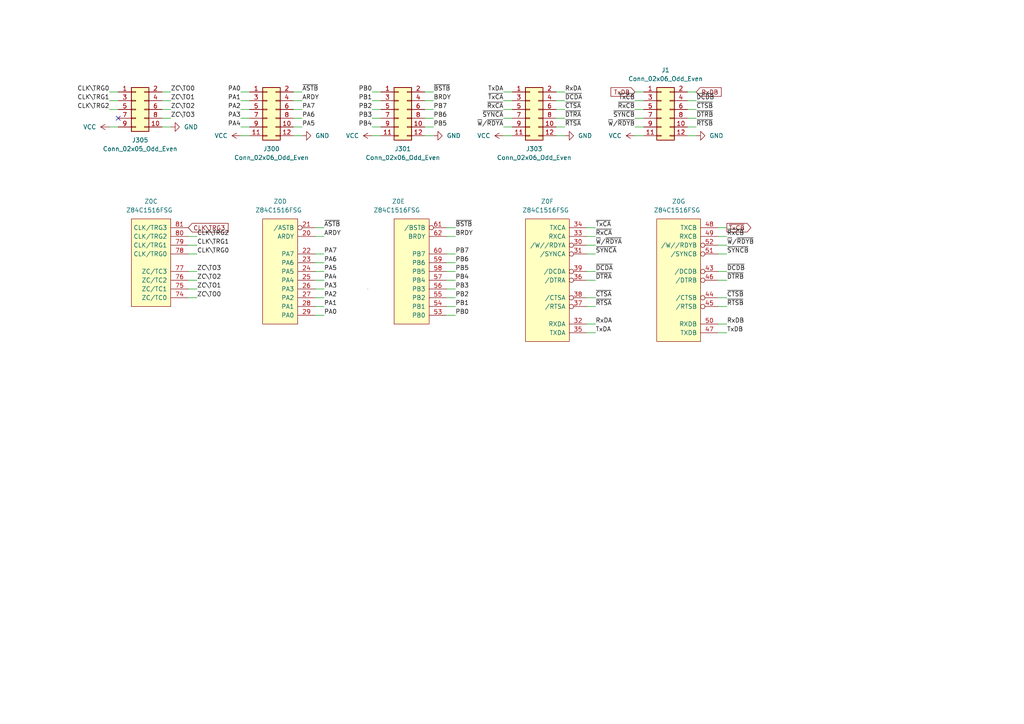
<source format=kicad_sch>
(kicad_sch (version 20211123) (generator eeschema)
  (paper "A4")
  (title_block (title "ACE4NOKB") (date "2020-05-12") (rev "Alpha") (company "Ontobus") (comment 1 "John Bradley") (comment 2 "https://creativecommons.org/licenses/by-nc-sa/4.0/") (comment 3 "Attribution-NonCommercial-ShareAlike 4.0 International License.") (comment 4 "This work is licensed under a Creative Commons "))
  (lib_symbols
    (symbol "Connector_Generic:Conn_02x05_Odd_Even" (pin_names (offset 1.016) hide)
      (property "Reference" "J" (at 1.27 7.62 0))
      (property "Value" "Conn_02x05_Odd_Even" (at 1.27 -7.62 0))
      (symbol "Conn_02x05_Odd_Even_1_1"
        (rectangle (start -1.27 -4.953) (end 0 -5.207) (stroke (width 0.1524)))
        (rectangle (start -1.27 -2.413) (end 0 -2.667) (stroke (width 0.1524)))
        (rectangle (start -1.27 0.127) (end 0 -0.127) (stroke (width 0.1524)))
        (rectangle (start -1.27 2.667) (end 0 2.413) (stroke (width 0.1524)))
        (rectangle (start -1.27 5.207) (end 0 4.953) (stroke (width 0.1524)))
        (rectangle (start -1.27 6.35) (end 3.81 -6.35) (stroke (width 0.254)) (fill (type background)))
        (rectangle (start 3.81 -4.953) (end 2.54 -5.207) (stroke (width 0.1524)))
        (rectangle (start 3.81 -2.413) (end 2.54 -2.667) (stroke (width 0.1524)))
        (rectangle (start 3.81 0.127) (end 2.54 -0.127) (stroke (width 0.1524)))
        (rectangle (start 3.81 2.667) (end 2.54 2.413) (stroke (width 0.1524)))
        (rectangle (start 3.81 5.207) (end 2.54 4.953) (stroke (width 0.1524)))
        (pin passive line (at -5.08 5.08 0) (length 3.81) (name "Pin_1") (number "1"))
        (pin passive line (at 7.62 -5.08 180) (length 3.81) (name "Pin_10") (number "10"))
        (pin passive line (at 7.62 5.08 180) (length 3.81) (name "Pin_2") (number "2"))
        (pin passive line (at -5.08 2.54 0) (length 3.81) (name "Pin_3") (number "3"))
        (pin passive line (at 7.62 2.54 180) (length 3.81) (name "Pin_4") (number "4"))
        (pin passive line (at -5.08 0 0) (length 3.81) (name "Pin_5") (number "5"))
        (pin passive line (at 7.62 0 180) (length 3.81) (name "Pin_6") (number "6"))
        (pin passive line (at -5.08 -2.54 0) (length 3.81) (name "Pin_7") (number "7"))
        (pin passive line (at 7.62 -2.54 180) (length 3.81) (name "Pin_8") (number "8"))
        (pin passive line (at -5.08 -5.08 0) (length 3.81) (name "Pin_9") (number "9"))
      )
    )
    (symbol "Connector_Generic:Conn_02x06_Odd_Even" (pin_names (offset 1.016) hide)
      (property "Reference" "J" (at 1.27 7.62 0))
      (property "Value" "Conn_02x06_Odd_Even" (at 1.27 -10.16 0))
      (symbol "Conn_02x06_Odd_Even_1_1"
        (rectangle (start -1.27 -7.493) (end 0 -7.747) (stroke (width 0.1524)))
        (rectangle (start -1.27 -4.953) (end 0 -5.207) (stroke (width 0.1524)))
        (rectangle (start -1.27 -2.413) (end 0 -2.667) (stroke (width 0.1524)))
        (rectangle (start -1.27 0.127) (end 0 -0.127) (stroke (width 0.1524)))
        (rectangle (start -1.27 2.667) (end 0 2.413) (stroke (width 0.1524)))
        (rectangle (start -1.27 5.207) (end 0 4.953) (stroke (width 0.1524)))
        (rectangle (start -1.27 6.35) (end 3.81 -8.89) (stroke (width 0.254)) (fill (type background)))
        (rectangle (start 3.81 -7.493) (end 2.54 -7.747) (stroke (width 0.1524)))
        (rectangle (start 3.81 -4.953) (end 2.54 -5.207) (stroke (width 0.1524)))
        (rectangle (start 3.81 -2.413) (end 2.54 -2.667) (stroke (width 0.1524)))
        (rectangle (start 3.81 0.127) (end 2.54 -0.127) (stroke (width 0.1524)))
        (rectangle (start 3.81 2.667) (end 2.54 2.413) (stroke (width 0.1524)))
        (rectangle (start 3.81 5.207) (end 2.54 4.953) (stroke (width 0.1524)))
        (pin passive line (at -5.08 5.08 0) (length 3.81) (name "Pin_1") (number "1"))
        (pin passive line (at 7.62 -5.08 180) (length 3.81) (name "Pin_10") (number "10"))
        (pin passive line (at -5.08 -7.62 0) (length 3.81) (name "Pin_11") (number "11"))
        (pin passive line (at 7.62 -7.62 180) (length 3.81) (name "Pin_12") (number "12"))
        (pin passive line (at 7.62 5.08 180) (length 3.81) (name "Pin_2") (number "2"))
        (pin passive line (at -5.08 2.54 0) (length 3.81) (name "Pin_3") (number "3"))
        (pin passive line (at 7.62 2.54 180) (length 3.81) (name "Pin_4") (number "4"))
        (pin passive line (at -5.08 0 0) (length 3.81) (name "Pin_5") (number "5"))
        (pin passive line (at 7.62 0 180) (length 3.81) (name "Pin_6") (number "6"))
        (pin passive line (at -5.08 -2.54 0) (length 3.81) (name "Pin_7") (number "7"))
        (pin passive line (at 7.62 -2.54 180) (length 3.81) (name "Pin_8") (number "8"))
        (pin passive line (at -5.08 -5.08 0) (length 3.81) (name "Pin_9") (number "9"))
      )
    )
    (symbol "Zilog_Z80:Z84C15-QFP_ALT1" (pin_names (offset 1.016))
      (property "Reference" "IC" (at 5.08 5.08 0))
      (property "Value" "Z84C15-QFP_ALT1" (at -5.08 1.27 0))
      (symbol "Z84C15-QFP_ALT1_1_0"
        (rectangle (start 0 0) (end 25.4 -64.77) (fill (type background)))
        (pin output line (at 30.48 -15.24 180) (length 5.08) (name "A5") (number "1"))
        (pin input inverted (at -5.08 -45.72 0) (length 5.08) (name "/BUSREQ") (number "10"))
        (pin output line (at 30.48 -17.78 180) (length 5.08) (name "A6") (number "100"))
        (pin bidirectional inverted (at -5.08 -27.94 0) (length 5.08) (name "/WAIT") (number "11"))
        (pin tri_state inverted (at -5.08 -48.26 0) (length 5.08) (name "/BUSACK") (number "12"))
        (pin output inverted (at -5.08 -12.7 0) (length 5.08) (name "/WR") (number "13"))
        (pin output inverted (at -5.08 -10.16 0) (length 5.08) (name "/RD") (number "14"))
        (pin output inverted (at -5.08 -7.62 0) (length 5.08) (name "/IORQ") (number "15"))
        (pin output inverted (at -5.08 -5.08 0) (length 5.08) (name "/MREQ") (number "17"))
        (pin tri_state inverted (at -5.08 -22.86 0) (length 5.08) (name "/HALT") (number "18"))
        (pin open_collector inverted (at -5.08 -35.56 0) (length 5.08) (name "/INT") (number "19"))
        (pin output line (at 30.48 -12.7 180) (length 5.08) (name "A4") (number "2"))
        (pin output line (at 30.48 -10.16 180) (length 5.08) (name "A3") (number "3"))
        (pin output line (at 30.48 -7.62 180) (length 5.08) (name "A2") (number "4"))
        (pin output line (at 30.48 -5.08 180) (length 5.08) (name "A1") (number "5"))
        (pin output line (at 30.48 -2.54 180) (length 5.08) (name "A0") (number "6"))
        (pin input inverted (at -5.08 -33.02 0) (length 5.08) (name "/NMI") (number "63"))
        (pin input line (at -5.08 -53.34 0) (length 5.08) (name "CLKIN") (number "69"))
        (pin tri_state inverted (at -5.08 -17.78 0) (length 5.08) (name "/RFSH") (number "7"))
        (pin output inverted (at -5.08 -2.54 0) (length 5.08) (name "M1") (number "8"))
        (pin bidirectional line (at 30.48 -63.5 180) (length 5.08) (name "D7") (number "82"))
        (pin bidirectional line (at 30.48 -60.96 180) (length 5.08) (name "D6") (number "83"))
        (pin bidirectional line (at 30.48 -58.42 180) (length 5.08) (name "D5") (number "84"))
        (pin bidirectional line (at 30.48 -55.88 180) (length 5.08) (name "D4") (number "85"))
        (pin bidirectional line (at 30.48 -53.34 180) (length 5.08) (name "D3") (number "86"))
        (pin bidirectional line (at 30.48 -50.8 180) (length 5.08) (name "D2") (number "87"))
        (pin bidirectional line (at 30.48 -48.26 180) (length 5.08) (name "D1") (number "88"))
        (pin bidirectional line (at 30.48 -45.72 180) (length 5.08) (name "D0") (number "89"))
        (pin open_collector inverted (at -5.08 -40.64 0) (length 5.08) (name "/RESET") (number "9"))
        (pin output line (at 30.48 -40.64 180) (length 5.08) (name "A15") (number "91"))
        (pin output line (at 30.48 -38.1 180) (length 5.08) (name "A14") (number "92"))
        (pin output line (at 30.48 -35.56 180) (length 5.08) (name "A13") (number "93"))
        (pin output line (at 30.48 -33.02 180) (length 5.08) (name "A12") (number "94"))
        (pin output line (at 30.48 -30.48 180) (length 5.08) (name "A11") (number "95"))
        (pin output line (at 30.48 -27.94 180) (length 5.08) (name "A10") (number "96"))
        (pin output line (at 30.48 -25.4 180) (length 5.08) (name "A9") (number "97"))
        (pin output line (at 30.48 -22.86 180) (length 5.08) (name "A8") (number "98"))
        (pin output line (at 30.48 -20.32 180) (length 5.08) (name "A7") (number "99"))
      )
      (symbol "Z84C15-QFP_ALT1_2_0"
        (rectangle (start 0 0) (end 16.51 -26.67) (fill (type background)))
        (pin power_in line (at 21.59 -21.59 180) (length 5.08) (name "VSS$1") (number "16"))
        (pin output inverted (at 21.59 -5.08 180) (length 5.08) (name "/CS0") (number "40"))
        (pin power_in line (at -5.08 -21.59 0) (length 5.08) (name "VCC$1") (number "41"))
        (pin output inverted (at 21.59 -2.54 180) (length 5.08) (name "/CS1") (number "42"))
        (pin power_in line (at 21.59 -24.13 180) (length 5.08) (name "VSS$2") (number "64"))
        (pin input line (at -5.08 -6.35 0) (length 5.08) (name "XTAL1") (number "65"))
        (pin output line (at -5.08 -8.89 0) (length 5.08) (name "XTAL2") (number "66"))
        (pin input line (at -5.08 -17.78 0) (length 5.08) (name "EV") (number "67"))
        (pin output line (at -5.08 -12.7 0) (length 5.08) (name "CLKOUT") (number "68"))
        (pin output inverted (at 21.59 -17.78 180) (length 5.08) (name "A7RF") (number "70"))
        (pin output inverted (at 21.59 -12.7 180) (length 5.08) (name "IEO") (number "71"))
        (pin input inverted (at 21.59 -10.16 180) (length 5.08) (name "IEI") (number "72"))
        (pin open_collector inverted (at -5.08 -2.54 0) (length 5.08) (name "/WDTOUT") (number "73"))
        (pin power_in line (at -5.08 -24.13 0) (length 5.08) (name "VCC$2") (number "90"))
      )
      (symbol "Z84C15-QFP_ALT1_3_0"
        (rectangle (start 0 0) (end 11.43 -25.4) (fill (type background)))
        (pin output line (at 16.51 -22.86 180) (length 5.08) (name "ZC/TC0") (number "74"))
        (pin output line (at 16.51 -20.32 180) (length 5.08) (name "ZC/TC1") (number "75"))
        (pin output line (at 16.51 -17.78 180) (length 5.08) (name "ZC/TC2") (number "76"))
        (pin output line (at 16.51 -15.24 180) (length 5.08) (name "ZC/TC3") (number "77"))
        (pin input line (at 16.51 -10.16 180) (length 5.08) (name "CLK/TRG0") (number "78"))
        (pin input line (at 16.51 -7.62 180) (length 5.08) (name "CLK/TRG1") (number "79"))
        (pin input line (at 16.51 -5.08 180) (length 5.08) (name "CLK/TRG2") (number "80"))
        (pin input line (at 16.51 -2.54 180) (length 5.08) (name "CLK/TRG3") (number "81"))
      )
      (symbol "Z84C15-QFP_ALT1_4_0"
        (rectangle (start 0 0) (end 10.16 -30.48) (fill (type background)))
        (pin output line (at 15.24 -5.08 180) (length 5.08) (name "ARDY") (number "20"))
        (pin input inverted (at 15.24 -2.54 180) (length 5.08) (name "/ASTB") (number "21"))
        (pin tri_state line (at 15.24 -10.16 180) (length 5.08) (name "PA7") (number "22"))
        (pin tri_state line (at 15.24 -12.7 180) (length 5.08) (name "PA6") (number "23"))
        (pin tri_state line (at 15.24 -15.24 180) (length 5.08) (name "PA5") (number "24"))
        (pin tri_state line (at 15.24 -17.78 180) (length 5.08) (name "PA4") (number "25"))
        (pin tri_state line (at 15.24 -20.32 180) (length 5.08) (name "PA3") (number "26"))
        (pin tri_state line (at 15.24 -22.86 180) (length 5.08) (name "PA2") (number "27"))
        (pin tri_state line (at 15.24 -25.4 180) (length 5.08) (name "PA1") (number "28"))
        (pin tri_state line (at 15.24 -27.94 180) (length 5.08) (name "PA0") (number "29"))
      )
      (symbol "Z84C15-QFP_ALT1_5_0"
        (rectangle (start -7.62 -20.32) (end -7.62 -20.32))
        (rectangle (start 10.16 -30.48) (end 0 0) (fill (type background)))
        (pin tri_state line (at 15.24 -27.94 180) (length 5.08) (name "PB0") (number "53"))
        (pin tri_state line (at 15.24 -25.4 180) (length 5.08) (name "PB1") (number "54"))
        (pin tri_state line (at 15.24 -22.86 180) (length 5.08) (name "PB2") (number "55"))
        (pin tri_state line (at 15.24 -20.32 180) (length 5.08) (name "PB3") (number "56"))
        (pin tri_state line (at 15.24 -17.78 180) (length 5.08) (name "PB4") (number "57"))
        (pin tri_state line (at 15.24 -15.24 180) (length 5.08) (name "PB5") (number "58"))
        (pin tri_state line (at 15.24 -12.7 180) (length 5.08) (name "PB6") (number "59"))
        (pin tri_state line (at 15.24 -10.16 180) (length 5.08) (name "PB7") (number "60"))
        (pin input inverted (at 15.24 -2.54 180) (length 5.08) (name "/BSTB") (number "61"))
        (pin output line (at 15.24 -5.08 180) (length 5.08) (name "BRDY") (number "62"))
      )
      (symbol "Z84C15-QFP_ALT1_6_0"
        (pin output inverted (at 17.78 -7.62 180) (length 5.08) (name "/W//RDYA") (number "30"))
        (pin bidirectional inverted (at 17.78 -10.16 180) (length 5.08) (name "/SYNCA") (number "31"))
        (pin input line (at 17.78 -30.48 180) (length 5.08) (name "RXDA") (number "32"))
        (pin input line (at 17.78 -5.08 180) (length 5.08) (name "RXCA") (number "33"))
        (pin input line (at 17.78 -2.54 180) (length 5.08) (name "TXCA") (number "34"))
        (pin output line (at 17.78 -33.02 180) (length 5.08) (name "TXDA") (number "35"))
        (pin output inverted (at 17.78 -17.78 180) (length 5.08) (name "/DTRA") (number "36"))
        (pin output inverted (at 17.78 -25.4 180) (length 5.08) (name "/RTSA") (number "37"))
        (pin input inverted (at 17.78 -22.86 180) (length 5.08) (name "/CTSA") (number "38"))
        (pin input inverted (at 17.78 -15.24 180) (length 5.08) (name "/DCDA") (number "39"))
      )
      (symbol "Z84C15-QFP_ALT1_6_1"
        (rectangle (start 12.7 -35.56) (end 0 0) (fill (type background)))
      )
      (symbol "Z84C15-QFP_ALT1_7_0"
        (pin input inverted (at 17.78 -15.24 180) (length 5.08) (name "/DCDB") (number "43"))
        (pin input inverted (at 17.78 -22.86 180) (length 5.08) (name "/CTSB") (number "44"))
        (pin output inverted (at 17.78 -25.4 180) (length 5.08) (name "/RTSB") (number "45"))
        (pin output inverted (at 17.78 -17.78 180) (length 5.08) (name "/DTRB") (number "46"))
        (pin output line (at 17.78 -33.02 180) (length 5.08) (name "TXDB") (number "47"))
        (pin input line (at 17.78 -2.54 180) (length 5.08) (name "TXCB") (number "48"))
        (pin input line (at 17.78 -5.08 180) (length 5.08) (name "RXCB") (number "49"))
        (pin input line (at 17.78 -30.48 180) (length 5.08) (name "RXDB") (number "50"))
        (pin bidirectional inverted (at 17.78 -10.16 180) (length 5.08) (name "/SYNCB") (number "51"))
        (pin output inverted (at 17.78 -7.62 180) (length 5.08) (name "/W//RDYB") (number "52"))
      )
      (symbol "Z84C15-QFP_ALT1_7_1"
        (rectangle (start 12.7 -35.56) (end 0 0) (fill (type background)))
      )
    )
    (symbol "power:GND" (power) (pin_names (offset 0))
      (property "Value" "GND" (at 0 -3.81 0))
      (symbol "GND_0_1"
        (polyline (pts (xy 0 0) (xy 0 -1.27) (xy 1.27 -1.27) (xy 0 -2.54) (xy -1.27 -1.27) (xy 0 -1.27)))
      )
      (symbol "GND_1_1"
        (pin power_in line (at 0 0 270) (length 0) hide (name "GND") (number "1"))
      )
    )
    (symbol "power:VCC" (power) (pin_names (offset 0))
      (property "Value" "VCC" (at 0 3.81 0))
      (symbol "VCC_0_1"
        (polyline (pts (xy -0.762 1.27) (xy 0 2.54)))
        (polyline (pts (xy 0 0) (xy 0 2.54)))
        (polyline (pts (xy 0 2.54) (xy 0.762 1.27)))
      )
      (symbol "VCC_1_1"
        (pin power_in line (at 0 0 90) (length 0) hide (name "VCC") (number "1"))
      )
    )
  )
  (no_connect (at 34.29 34.29))
  (wire (pts (xy 186.69 34.29) (xy 184.15 34.29)))
  (wire (pts (xy 85.09 34.29) (xy 87.63 34.29)))
  (wire (pts (xy 129.54 76.2) (xy 132.08 76.2)))
  (wire (pts (xy 208.28 68.58) (xy 210.82 68.58)))
  (wire (pts (xy 186.69 31.75) (xy 184.15 31.75)))
  (wire (pts (xy 186.69 29.21) (xy 184.15 29.21)))
  (wire (pts (xy 85.09 36.83) (xy 87.63 36.83)))
  (wire (pts (xy 123.19 26.67) (xy 125.73 26.67)))
  (wire (pts (xy 54.61 71.12) (xy 57.15 71.12)))
  (wire (pts (xy 199.39 36.83) (xy 201.93 36.83)))
  (wire (pts (xy 170.18 96.52) (xy 172.72 96.52)))
  (wire (pts (xy 31.75 36.83) (xy 34.29 36.83)))
  (wire (pts (xy 148.59 34.29) (xy 146.05 34.29)))
  (wire (pts (xy 72.39 26.67) (xy 69.85 26.67)))
  (wire (pts (xy 199.39 39.37) (xy 201.93 39.37)))
  (wire (pts (xy 110.49 34.29) (xy 107.95 34.29)))
  (wire (pts (xy 161.29 31.75) (xy 163.83 31.75)))
  (wire (pts (xy 170.18 71.12) (xy 172.72 71.12)))
  (wire (pts (xy 170.18 73.66) (xy 172.72 73.66)))
  (wire (pts (xy 91.44 86.36) (xy 93.98 86.36)))
  (wire (pts (xy 54.61 81.28) (xy 57.15 81.28)))
  (wire (pts (xy 129.54 68.58) (xy 132.08 68.58)))
  (wire (pts (xy 110.49 31.75) (xy 107.95 31.75)))
  (wire (pts (xy 208.28 73.66) (xy 210.82 73.66)))
  (wire (pts (xy 208.28 78.74) (xy 210.82 78.74)))
  (wire (pts (xy 110.49 36.83) (xy 107.95 36.83)))
  (wire (pts (xy 199.39 34.29) (xy 201.93 34.29)))
  (wire (pts (xy 186.69 36.83) (xy 184.15 36.83)))
  (wire (pts (xy 46.99 31.75) (xy 49.53 31.75)))
  (wire (pts (xy 91.44 91.44) (xy 93.98 91.44)))
  (wire (pts (xy 170.18 88.9) (xy 172.72 88.9)))
  (wire (pts (xy 146.05 39.37) (xy 148.59 39.37)))
  (wire (pts (xy 161.29 34.29) (xy 163.83 34.29)))
  (wire (pts (xy 161.29 39.37) (xy 163.83 39.37)))
  (wire (pts (xy 69.85 39.37) (xy 72.39 39.37)))
  (wire (pts (xy 129.54 91.44) (xy 132.08 91.44)))
  (wire (pts (xy 91.44 78.74) (xy 93.98 78.74)))
  (wire (pts (xy 161.29 26.67) (xy 163.83 26.67)))
  (wire (pts (xy 208.28 93.98) (xy 210.82 93.98)))
  (wire (pts (xy 199.39 31.75) (xy 201.93 31.75)))
  (wire (pts (xy 148.59 31.75) (xy 146.05 31.75)))
  (wire (pts (xy 129.54 66.04) (xy 132.08 66.04)))
  (wire (pts (xy 46.99 34.29) (xy 49.53 34.29)))
  (wire (pts (xy 54.61 68.58) (xy 57.15 68.58)))
  (wire (pts (xy 46.99 36.83) (xy 49.53 36.83)))
  (wire (pts (xy 72.39 34.29) (xy 69.85 34.29)))
  (wire (pts (xy 148.59 36.83) (xy 146.05 36.83)))
  (wire (pts (xy 54.61 78.74) (xy 57.15 78.74)))
  (wire (pts (xy 123.19 29.21) (xy 125.73 29.21)))
  (wire (pts (xy 208.28 81.28) (xy 210.82 81.28)))
  (wire (pts (xy 123.19 39.37) (xy 125.73 39.37)))
  (wire (pts (xy 91.44 88.9) (xy 93.98 88.9)))
  (wire (pts (xy 91.44 68.58) (xy 93.98 68.58)))
  (wire (pts (xy 123.19 36.83) (xy 125.73 36.83)))
  (wire (pts (xy 54.61 83.82) (xy 57.15 83.82)))
  (wire (pts (xy 91.44 66.04) (xy 93.98 66.04)))
  (wire (pts (xy 170.18 93.98) (xy 172.72 93.98)))
  (wire (pts (xy 170.18 78.74) (xy 172.72 78.74)))
  (wire (pts (xy 110.49 29.21) (xy 107.95 29.21)))
  (wire (pts (xy 186.69 26.67) (xy 184.15 26.67)))
  (wire (pts (xy 170.18 66.04) (xy 172.72 66.04)))
  (wire (pts (xy 184.15 39.37) (xy 186.69 39.37)))
  (wire (pts (xy 208.28 71.12) (xy 210.82 71.12)))
  (wire (pts (xy 170.18 81.28) (xy 172.72 81.28)))
  (wire (pts (xy 123.19 34.29) (xy 125.73 34.29)))
  (wire (pts (xy 107.95 39.37) (xy 110.49 39.37)))
  (wire (pts (xy 148.59 29.21) (xy 146.05 29.21)))
  (wire (pts (xy 34.29 31.75) (xy 31.75 31.75)))
  (wire (pts (xy 85.09 26.67) (xy 87.63 26.67)))
  (wire (pts (xy 34.29 29.21) (xy 31.75 29.21)))
  (wire (pts (xy 91.44 73.66) (xy 93.98 73.66)))
  (wire (pts (xy 148.59 26.67) (xy 146.05 26.67)))
  (wire (pts (xy 123.19 31.75) (xy 125.73 31.75)))
  (wire (pts (xy 85.09 31.75) (xy 87.63 31.75)))
  (wire (pts (xy 46.99 29.21) (xy 49.53 29.21)))
  (wire (pts (xy 170.18 86.36) (xy 172.72 86.36)))
  (wire (pts (xy 34.29 26.67) (xy 31.75 26.67)))
  (wire (pts (xy 72.39 29.21) (xy 69.85 29.21)))
  (wire (pts (xy 208.28 96.52) (xy 210.82 96.52)))
  (wire (pts (xy 161.29 36.83) (xy 163.83 36.83)))
  (wire (pts (xy 129.54 81.28) (xy 132.08 81.28)))
  (wire (pts (xy 129.54 78.74) (xy 132.08 78.74)))
  (wire (pts (xy 170.18 68.58) (xy 172.72 68.58)))
  (wire (pts (xy 199.39 29.21) (xy 201.93 29.21)))
  (wire (pts (xy 208.28 88.9) (xy 210.82 88.9)))
  (wire (pts (xy 85.09 29.21) (xy 87.63 29.21)))
  (wire (pts (xy 129.54 88.9) (xy 132.08 88.9)))
  (wire (pts (xy 208.28 86.36) (xy 210.82 86.36)))
  (wire (pts (xy 129.54 73.66) (xy 132.08 73.66)))
  (wire (pts (xy 129.54 83.82) (xy 132.08 83.82)))
  (wire (pts (xy 161.29 29.21) (xy 163.83 29.21)))
  (wire (pts (xy 91.44 76.2) (xy 93.98 76.2)))
  (wire (pts (xy 91.44 83.82) (xy 93.98 83.82)))
  (wire (pts (xy 91.44 81.28) (xy 93.98 81.28)))
  (wire (pts (xy 46.99 26.67) (xy 49.53 26.67)))
  (wire (pts (xy 199.39 26.67) (xy 201.93 26.67)))
  (wire (pts (xy 208.28 66.04) (xy 210.82 66.04)))
  (wire (pts (xy 110.49 26.67) (xy 107.95 26.67)))
  (wire (pts (xy 72.39 31.75) (xy 69.85 31.75)))
  (wire (pts (xy 85.09 39.37) (xy 87.63 39.37)))
  (wire (pts (xy 72.39 36.83) (xy 69.85 36.83)))
  (wire (pts (xy 54.61 86.36) (xy 57.15 86.36)))
  (wire (pts (xy 129.54 86.36) (xy 132.08 86.36)))
  (wire (pts (xy 54.61 73.66) (xy 57.15 73.66)))
  (label "ZC\\TO2" (at 49.53 31.75 0))
  (label "~{CTSA}" (at 172.72 86.36 0))
  (label "PB0" (at 132.08 91.44 0))
  (label "~{W}{slash}~{RDYB}" (at 210.82 71.12 0))
  (label "~{DTRA}" (at 172.72 81.28 0))
  (label "PA7" (at 93.98 73.66 0))
  (label "PA6" (at 87.63 34.29 0))
  (label "~{CTSB}" (at 210.82 86.36 0))
  (label "~{DCDB}" (at 201.93 29.21 0))
  (label "PA4" (at 93.98 81.28 0))
  (label "CLK\\TRG0" (at 31.75 26.67 0))
  (label "~{DCDA}" (at 163.83 29.21 0))
  (label "PB7" (at 125.73 31.75 0))
  (label "PB3" (at 107.95 34.29 0))
  (label "RxDB" (at 210.82 93.98 0))
  (label "CLK\\TRG0" (at 57.15 73.66 0))
  (label "ARDY" (at 87.63 29.21 0))
  (label "ZC\\TO1" (at 57.15 83.82 0))
  (label "PA2" (at 69.85 31.75 0))
  (label "ZC\\TO3" (at 57.15 78.74 0))
  (label "PA2" (at 93.98 86.36 0))
  (label "~{RTSB}" (at 201.93 36.83 0))
  (label "~{W}{slash}~{RDYA}" (at 146.05 36.83 180))
  (label "PB3" (at 132.08 83.82 0))
  (label "~{SYNCB}" (at 184.15 34.29 180))
  (label "~{DTRA}" (at 163.83 34.29 0))
  (label "BRDY" (at 125.73 29.21 0))
  (label "PA0" (at 93.98 91.44 0))
  (label "ZC\\TO2" (at 57.15 81.28 0))
  (label "~{DCDB}" (at 210.82 78.74 0))
  (label "RxDA" (at 172.72 93.98 0))
  (label "~{TxCA}" (at 172.72 66.04 0))
  (label "PB2" (at 107.95 31.75 0))
  (label "~{SYNCA}" (at 172.72 73.66 0))
  (label "~{DTRB}" (at 201.93 34.29 0))
  (label "~{RTSA}" (at 163.83 36.83 0))
  (label "~{DTRB}" (at 210.82 81.28 0))
  (label "~{CTSA}" (at 163.83 31.75 0))
  (label "PB5" (at 132.08 78.74 0))
  (label "PA5" (at 93.98 78.74 0))
  (label "~{TxCA}" (at 146.05 29.21 0))
  (label "PB0" (at 107.95 26.67 0))
  (label "PB6" (at 132.08 76.2 0))
  (label "BRDY" (at 132.08 68.58 0))
  (label "TxDA" (at 172.72 96.52 0))
  (label "~{SYNCA}" (at 146.05 34.29 180))
  (label "~{RxCA}" (at 172.72 68.58 0))
  (label "PA5" (at 87.63 36.83 0))
  (label "TxDA" (at 146.05 26.67 0))
  (label "PA4" (at 69.85 36.83 0))
  (label "~{RTSA}" (at 172.72 88.9 0))
  (label "PB4" (at 107.95 36.83 0))
  (label "PB5" (at 125.73 36.83 0))
  (label "~{RxCA}" (at 146.05 31.75 0))
  (label "PA1" (at 69.85 29.21 0))
  (label "PB2" (at 132.08 86.36 0))
  (label "PB1" (at 107.95 29.21 0))
  (label "ARDY" (at 93.98 68.58 0))
  (label "~{ASTB}" (at 93.98 66.04 0))
  (label "ZC\\TO0" (at 49.53 26.67 0))
  (label "~{RxCB}" (at 184.15 31.75 0))
  (label "CLK\\TRG2" (at 31.75 31.75 0))
  (label "PB6" (at 125.73 34.29 0))
  (label "~{TxCB}" (at 184.15 29.21 0))
  (label "~{BSTB}" (at 132.08 66.04 0))
  (label "~{ASTB}" (at 87.63 26.67 0))
  (label "PB1" (at 132.08 88.9 0))
  (label "~{CTSB}" (at 201.93 31.75 0))
  (label "CLK\\TRG1" (at 31.75 29.21 0))
  (label "PA3" (at 93.98 83.82 0))
  (label "PA6" (at 93.98 76.2 0))
  (label "~{DCDA}" (at 172.72 78.74 0))
  (label "ZC\\TO1" (at 49.53 29.21 0))
  (label "~{W}{slash}~{RDYB}" (at 184.15 36.83 180))
  (label "CLK\\TRG2" (at 57.15 68.58 0))
  (label "ZC\\TO0" (at 57.15 86.36 0))
  (label "~{RxCB}" (at 210.82 68.58 0))
  (label "~{BSTB}" (at 125.73 26.67 0))
  (label "PA7" (at 87.63 31.75 0))
  (label "~{SYNCB}" (at 210.82 73.66 0))
  (label "PB7" (at 132.08 73.66 0))
  (label "PA0" (at 69.85 26.67 0))
  (label "PA3" (at 69.85 34.29 0))
  (label "ZC\\TO3" (at 49.53 34.29 0))
  (label "PB4" (at 132.08 81.28 0))
  (label "RxDA" (at 163.83 26.67 0))
  (label "CLK\\TRG1" (at 57.15 71.12 0))
  (label "~{W}{slash}~{RDYA}" (at 172.72 71.12 0))
  (label "TxDB" (at 210.82 96.52 0))
  (label "PA1" (at 93.98 88.9 0))
  (label "~{RTSB}" (at 210.82 88.9 0))
  (global_label "~{TxCB}" (shape output) (at 210.82 66.04 0) (property "Intersheet References" "${INTERSHEET_REFS}" (at 217.6799 65.9606 0) (effects (justify left))))
  (global_label "TxDB" (shape input) (at 184.15 26.67 180) (property "Intersheet References" "${INTERSHEET_REFS}" (at 177.2901 26.5906 0) (effects (justify right))))
  (global_label "RxDB" (shape input) (at 201.93 26.67 0) (property "Intersheet References" "${INTERSHEET_REFS}" (at 209.0923 26.5906 0) (effects (justify left))))
  (global_label "CLK\\TRG3" (shape input) (at 54.61 66.04 0) (property "Intersheetrefs" "${INTERSHEET_REFS}" (at 66.0661 65.9606 0) (effects (justify left))))
  (symbol (lib_id "Connector_Generic:Conn_02x06_Odd_Even") (at 77.47 31.75 0) (unit 1)
    (property "Reference" "J300" (at 78.74 43.18 0))
    (property "Value" "Conn_02x06_Odd_Even" (at 78.74 45.72 0))
    (property "Footprint" "Connector_PinHeader_2.54mm:PinHeader_2x06_P2.54mm_Vertical" (effects hide))
    (property "Manufacturer_Name" "Amphenol FCI" (effects hide))
    (property "Manufacturer_Part_Number" "10129381-912003BLF" (effects hide))
  )
  (symbol (lib_id "Connector_Generic:Conn_02x06_Odd_Even") (at 115.57 31.75 0) (unit 1)
    (property "Reference" "J301" (at 116.84 43.18 0))
    (property "Value" "Conn_02x06_Odd_Even" (at 116.84 45.72 0))
    (property "Footprint" "Connector_PinHeader_2.54mm:PinHeader_2x06_P2.54mm_Vertical" (effects hide))
    (property "Manufacturer_Name" "Amphenol FCI" (effects hide))
    (property "Manufacturer_Part_Number" "10129381-912003BLF" (effects hide))
  )
  (symbol (lib_id "power:VCC") (at 31.75 36.83 90) (unit 1)
    (property "Reference" "#~PWR0176" (effects hide))
    (property "Value" "VCC" (at 27.94 36.8299 90) (effects (justify left)))
  )
  (symbol (lib_id "power:GND") (at 49.53 36.83 90) (unit 1)
    (property "Reference" "#~PWR0177" (effects hide))
    (property "Value" "GND" (at 53.34 36.8299 90) (effects (justify right)))
  )
  (symbol (lib_id "power:GND") (at 87.63 39.37 90) (unit 1)
    (property "Reference" "#~PWR0112" (effects hide))
    (property "Value" "GND" (at 91.44 39.3699 90) (effects (justify right)))
  )
  (symbol (lib_id "power:VCC") (at 69.85 39.37 90) (unit 1)
    (property "Reference" "#~PWR0113" (effects hide))
    (property "Value" "VCC" (at 66.04 39.3699 90) (effects (justify left)))
  )
  (symbol (lib_id "power:GND") (at 125.73 39.37 90) (unit 1)
    (property "Reference" "#~PWR0116" (effects hide))
    (property "Value" "GND" (at 129.54 39.3699 90) (effects (justify right)))
  )
  (symbol (lib_id "power:VCC") (at 107.95 39.37 90) (unit 1)
    (property "Reference" "#~PWR0119" (effects hide))
    (property "Value" "VCC" (at 104.14 39.3699 90) (effects (justify left)))
  )
  (symbol (lib_id "power:GND") (at 163.83 39.37 90) (unit 1)
    (property "Reference" "#~PWR0143" (effects hide))
    (property "Value" "GND" (at 167.64 39.3699 90) (effects (justify right)))
  )
  (symbol (lib_id "power:VCC") (at 146.05 39.37 90) (unit 1)
    (property "Reference" "#~PWR0156" (effects hide))
    (property "Value" "VCC" (at 142.24 39.3699 90) (effects (justify left)))
  )
  (symbol (lib_id "Connector_Generic:Conn_02x06_Odd_Even") (at 153.67 31.75 0) (unit 1)
    (property "Reference" "J303" (at 154.94 43.18 0))
    (property "Value" "Conn_02x06_Odd_Even" (at 154.94 45.72 0))
    (property "Footprint" "Connector_PinHeader_2.54mm:PinHeader_2x06_P2.54mm_Vertical" (effects hide))
    (property "Manufacturer_Name" "Amphenol FCI" (effects hide))
    (property "Manufacturer_Part_Number" "10129381-908002BLF" (effects hide))
  )
  (symbol (lib_id "Connector_Generic:Conn_02x05_Odd_Even") (at 39.37 31.75 0) (unit 1)
    (property "Reference" "J305" (at 40.64 40.64 0))
    (property "Value" "Conn_02x05_Odd_Even" (at 40.64 43.18 0))
    (property "Footprint" "Connector_PinHeader_2.54mm:PinHeader_2x05_P2.54mm_Vertical" (effects hide))
    (property "Manufacturer_Name" "Amphenol FCI" (effects hide))
    (property "Manufacturer_Part_Number" "10129381-910001BLF" (effects hide))
  )
  (symbol (lib_id "Zilog_Z80:Z84C15-QFP_ALT1") (at 190.5 63.5 0) (unit 7)
    (property "Reference" "Z0" (at 196.85 58.42 0))
    (property "Value" "Z84C1516FSG " (at 196.85 60.96 0))
    (property "Footprint" "Package_QFP:PQFP-100_14x20mm_P0.65mm" (effects hide))
    (property "Datasheet" "https://www.mouser.co.uk/datasheet/2/450/ps0182-18334.pdf" (effects hide))
    (property "Manufacturer_Name" "Zilog" (effects hide))
    (property "Manufacturer_Part_Number" "Z84C00" (effects hide))
  )
  (symbol (lib_id "power:VCC") (at 184.15 39.37 90) (unit 1)
    (property "Reference" "# PWR0102" (effects hide))
    (property "Value" "VCC" (at 180.34 39.3699 90) (effects (justify left)))
  )
  (symbol (lib_id "Zilog_Z80:Z84C15-QFP_ALT1") (at 76.2 63.5 0) (unit 4)
    (property "Reference" "Z0" (at 81.28 58.42 0))
    (property "Value" "Z84C1516FSG " (at 81.28 60.96 0))
    (property "Footprint" "Package_QFP:PQFP-100_14x20mm_P0.65mm" (effects hide))
    (property "Datasheet" "https://www.mouser.co.uk/datasheet/2/450/ps0182-18334.pdf" (effects hide))
    (property "Manufacturer_Name" "Zilog" (effects hide))
    (property "Manufacturer_Part_Number" "Z84C00" (effects hide))
  )
  (symbol (lib_id "power:GND") (at 201.93 39.37 90) (unit 1)
    (property "Reference" "# PWR0101" (effects hide))
    (property "Value" "GND" (at 205.74 39.3699 90) (effects (justify right)))
  )
  (symbol (lib_id "Zilog_Z80:Z84C15-QFP_ALT1") (at 114.3 63.5 0) (unit 5)
    (property "Reference" "Z0" (at 115.57 58.42 0))
    (property "Value" "Z84C1516FSG " (at 115.57 60.96 0))
    (property "Footprint" "Package_QFP:PQFP-100_14x20mm_P0.65mm" (effects hide))
    (property "Datasheet" "https://www.mouser.co.uk/datasheet/2/450/ps0182-18334.pdf" (effects hide))
    (property "Manufacturer_Name" "Zilog" (effects hide))
    (property "Manufacturer_Part_Number" "Z84C00" (effects hide))
  )
  (symbol (lib_id "Zilog_Z80:Z84C15-QFP_ALT1") (at 152.4 63.5 0) (unit 6)
    (property "Reference" "Z0" (at 158.75 58.42 0))
    (property "Value" "Z84C1516FSG " (at 158.75 60.96 0))
    (property "Footprint" "Package_QFP:PQFP-100_14x20mm_P0.65mm" (effects hide))
    (property "Datasheet" "https://www.mouser.co.uk/datasheet/2/450/ps0182-18334.pdf" (effects hide))
    (property "Manufacturer_Name" "Zilog" (effects hide))
    (property "Manufacturer_Part_Number" "Z84C00" (effects hide))
  )
  (symbol (lib_id "Connector_Generic:Conn_02x06_Odd_Even") (at 191.77 31.75 0) (unit 1)
    (property "Reference" "J1" (at 193.04 20.32 0))
    (property "Value" "Conn_02x06_Odd_Even" (at 193.04 22.86 0))
    (property "Footprint" "Connector_PinHeader_2.54mm:PinHeader_2x06_P2.54mm_Vertical" (effects hide))
    (property "Manufacturer_Name" "Amphenol FCI" (effects hide))
    (property "Manufacturer_Part_Number" "10129381-908002BLF" (effects hide))
  )
  (symbol (lib_id "Zilog_Z80:Z84C15-QFP_ALT1") (at 38.1 63.5 0) (unit 3)
    (property "Reference" "Z0" (at 43.815 58.42 0))
    (property "Value" "Z84C1516FSG " (at 43.815 60.96 0))
    (property "Footprint" "Package_QFP:PQFP-100_14x20mm_P0.65mm" (effects hide))
    (property "Datasheet" "https://www.mouser.co.uk/datasheet/2/450/ps0182-18334.pdf" (effects hide))
    (property "Manufacturer_Name" "Zilog" (effects hide))
    (property "Manufacturer_Part_Number" "Z84C00" (effects hide))
  )
)
</source>
